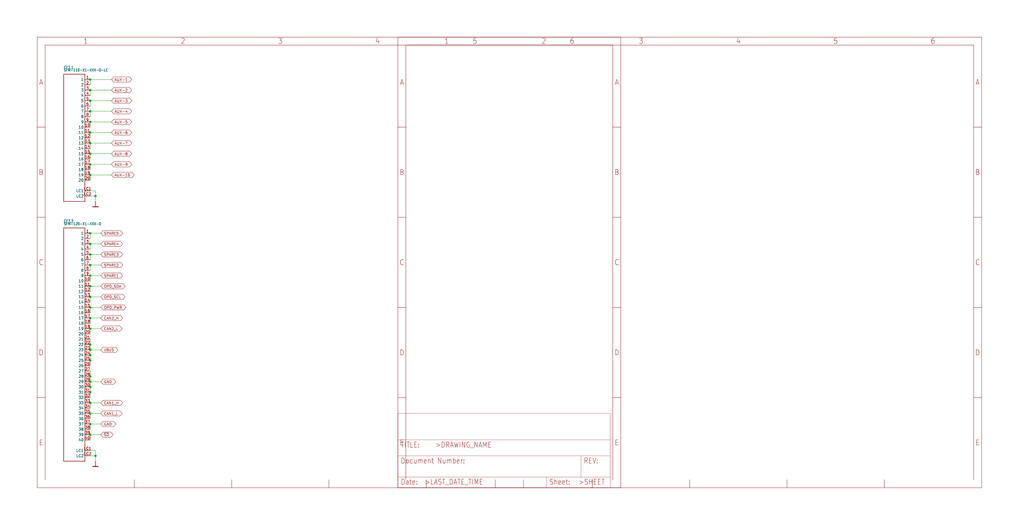
<source format=kicad_sch>
(kicad_sch (version 20211123) (generator eeschema)
  (paper "User" 490.22 254.406)
  (lib_symbols
    (symbol "oresat-backplane-2u-eagle-import:FRAME_A_L"
      (symbol "FRAME_A_L_0_0"
        (polyline (pts (xy 0 43.18) (xy 3.81 43.18)))
        (polyline (pts (xy 0 86.36) (xy 3.81 86.36)))
        (polyline (pts (xy 0 129.54) (xy 3.81 129.54)))
        (polyline (pts (xy 0 172.72) (xy 3.81 172.72)))
        (polyline (pts (xy 3.81 3.81) (xy 3.81 212.09)))
        (polyline (pts (xy 46.5667 0) (xy 46.5667 3.81)))
        (polyline (pts (xy 93.1333 0) (xy 93.1333 3.81)))
        (polyline (pts (xy 139.7 0) (xy 139.7 3.81)))
        (polyline (pts (xy 186.2667 0) (xy 186.2667 3.81)))
        (polyline (pts (xy 232.8333 0) (xy 232.8333 3.81)))
        (polyline (pts (xy 275.59 3.81) (xy 275.59 212.09)))
        (polyline (pts (xy 275.59 43.18) (xy 279.4 43.18)))
        (polyline (pts (xy 275.59 86.36) (xy 279.4 86.36)))
        (polyline (pts (xy 275.59 129.54) (xy 279.4 129.54)))
        (polyline (pts (xy 275.59 172.72) (xy 279.4 172.72)))
        (polyline (pts (xy 275.59 212.09) (xy 3.81 212.09)))
        (polyline (pts (xy 0 0) (xy 279.4 0) (xy 279.4 215.9) (xy 0 215.9) (xy 0 0)))
        (text "1" (at 23.2833 213.995 0) (effects (font (size 2.54 2.286))))
        (text "2" (at 69.85 213.995 0) (effects (font (size 2.54 2.286))))
        (text "3" (at 116.4167 213.995 0) (effects (font (size 2.54 2.286))))
        (text "4" (at 162.9833 213.995 0) (effects (font (size 2.54 2.286))))
        (text "5" (at 209.55 213.995 0) (effects (font (size 2.54 2.286))))
        (text "6" (at 256.1167 213.995 0) (effects (font (size 2.54 2.286))))
        (text "A" (at 1.905 194.31 0) (effects (font (size 2.54 2.286))))
        (text "A" (at 277.495 194.31 0) (effects (font (size 2.54 2.286))))
        (text "B" (at 1.905 151.13 0) (effects (font (size 2.54 2.286))))
        (text "B" (at 277.495 151.13 0) (effects (font (size 2.54 2.286))))
        (text "C" (at 1.905 107.95 0) (effects (font (size 2.54 2.286))))
        (text "C" (at 277.495 107.95 0) (effects (font (size 2.54 2.286))))
        (text "D" (at 1.905 64.77 0) (effects (font (size 2.54 2.286))))
        (text "D" (at 277.495 64.77 0) (effects (font (size 2.54 2.286))))
        (text "E" (at 1.905 21.59 0) (effects (font (size 2.54 2.286))))
        (text "E" (at 277.495 21.59 0) (effects (font (size 2.54 2.286))))
      )
      (symbol "FRAME_A_L_2_0"
        (polyline (pts (xy 0 0) (xy 0 5.08)) (stroke (width 0.1016)))
        (polyline (pts (xy 0 0) (xy 71.12 0)) (stroke (width 0.1016)))
        (polyline (pts (xy 0 5.08) (xy 0 15.24)) (stroke (width 0.1016)))
        (polyline (pts (xy 0 5.08) (xy 71.12 5.08)) (stroke (width 0.1016)))
        (polyline (pts (xy 0 15.24) (xy 0 22.86)) (stroke (width 0.1016)))
        (polyline (pts (xy 0 22.86) (xy 0 35.56)) (stroke (width 0.1016)))
        (polyline (pts (xy 0 22.86) (xy 101.6 22.86)) (stroke (width 0.1016)))
        (polyline (pts (xy 71.12 0) (xy 101.6 0)) (stroke (width 0.1016)))
        (polyline (pts (xy 71.12 5.08) (xy 71.12 0)) (stroke (width 0.1016)))
        (polyline (pts (xy 71.12 5.08) (xy 87.63 5.08)) (stroke (width 0.1016)))
        (polyline (pts (xy 87.63 5.08) (xy 101.6 5.08)) (stroke (width 0.1016)))
        (polyline (pts (xy 87.63 15.24) (xy 0 15.24)) (stroke (width 0.1016)))
        (polyline (pts (xy 87.63 15.24) (xy 87.63 5.08)) (stroke (width 0.1016)))
        (polyline (pts (xy 101.6 5.08) (xy 101.6 0)) (stroke (width 0.1016)))
        (polyline (pts (xy 101.6 15.24) (xy 87.63 15.24)) (stroke (width 0.1016)))
        (polyline (pts (xy 101.6 15.24) (xy 101.6 5.08)) (stroke (width 0.1016)))
        (polyline (pts (xy 101.6 22.86) (xy 101.6 15.24)) (stroke (width 0.1016)))
        (polyline (pts (xy 101.6 35.56) (xy 0 35.56)) (stroke (width 0.1016)))
        (polyline (pts (xy 101.6 35.56) (xy 101.6 22.86)) (stroke (width 0.1016)))
        (text ">DRAWING_NAME" (at 17.78 19.05 0) (effects (font (size 2.54 2.159)) (justify left bottom)))
        (text ">LAST_DATE_TIME" (at 12.7 1.27 0) (effects (font (size 2.54 2.159)) (justify left bottom)))
        (text ">SHEET" (at 86.36 1.27 0) (effects (font (size 2.54 2.159)) (justify left bottom)))
        (text "Date:" (at 1.27 1.27 0) (effects (font (size 2.54 2.159)) (justify left bottom)))
        (text "Document Number:" (at 1.27 11.43 0) (effects (font (size 2.54 2.159)) (justify left bottom)))
        (text "REV:" (at 88.9 11.43 0) (effects (font (size 2.54 2.159)) (justify left bottom)))
        (text "Sheet:" (at 72.39 1.27 0) (effects (font (size 2.54 2.159)) (justify left bottom)))
        (text "TITLE:" (at 1.27 19.05 0) (effects (font (size 2.54 2.159)) (justify left bottom)))
      )
    )
    (symbol "oresat-backplane-2u-eagle-import:GND" (power)
      (symbol "GND_1_0"
        (polyline (pts (xy -1.27 -2.54) (xy 1.27 -2.54)) (stroke (width 0.4064)))
        (pin power_in line (at 0 0 270) (length 2.54) (name "GND") (number "1"))
      )
    )
    (symbol "oresat-backplane-2u-eagle-import:SFM-110-X1-XXX-D-LC"
      (property "Reference" "CF" (at -2.54 33.02 0))
      (property "Value" "SFM-110-X1-XXX-D-LC" (at -2.54 31.75 0))
      (symbol "SFM-110-X1-XXX-D-LC_1_0"
        (polyline (pts (xy -2.54 -30.48) (xy -2.54 30.48)) (stroke (width 0.254)))
        (polyline (pts (xy -2.54 30.48) (xy 7.62 30.48)) (stroke (width 0.254)))
        (polyline (pts (xy 7.62 -30.48) (xy -2.54 -30.48)) (stroke (width 0.254)))
        (polyline (pts (xy 7.62 30.48) (xy 7.62 -30.48)) (stroke (width 0.254)))
        (pin passive line (at 10.16 27.94 180) (length 2.54) (name "1") (number "1"))
        (pin passive line (at 10.16 5.08 180) (length 2.54) (name "10") (number "10"))
        (pin passive line (at 10.16 2.54 180) (length 2.54) (name "11") (number "11"))
        (pin passive line (at 10.16 0 180) (length 2.54) (name "12") (number "12"))
        (pin passive line (at 10.16 -2.54 180) (length 2.54) (name "13") (number "13"))
        (pin passive line (at 10.16 -5.08 180) (length 2.54) (name "14") (number "14"))
        (pin passive line (at 10.16 -7.62 180) (length 2.54) (name "15") (number "15"))
        (pin passive line (at 10.16 -10.16 180) (length 2.54) (name "16") (number "16"))
        (pin passive line (at 10.16 -12.7 180) (length 2.54) (name "17") (number "17"))
        (pin passive line (at 10.16 -15.24 180) (length 2.54) (name "18") (number "18"))
        (pin passive line (at 10.16 -17.78 180) (length 2.54) (name "19") (number "19"))
        (pin passive line (at 10.16 25.4 180) (length 2.54) (name "2") (number "2"))
        (pin passive line (at 10.16 -20.32 180) (length 2.54) (name "20") (number "20"))
        (pin passive line (at 10.16 22.86 180) (length 2.54) (name "3") (number "3"))
        (pin passive line (at 10.16 20.32 180) (length 2.54) (name "4") (number "4"))
        (pin passive line (at 10.16 17.78 180) (length 2.54) (name "5") (number "5"))
        (pin passive line (at 10.16 15.24 180) (length 2.54) (name "6") (number "6"))
        (pin passive line (at 10.16 12.7 180) (length 2.54) (name "7") (number "7"))
        (pin passive line (at 10.16 10.16 180) (length 2.54) (name "8") (number "8"))
        (pin passive line (at 10.16 7.62 180) (length 2.54) (name "9") (number "9"))
        (pin passive line (at 10.16 -25.4 180) (length 2.54) (name "LC1") (number "LC1"))
        (pin passive line (at 10.16 -27.94 180) (length 2.54) (name "LC2") (number "LC2"))
      )
    )
    (symbol "oresat-backplane-2u-eagle-import:SFM-120-X1-XXX-D"
      (property "Reference" "J" (at -2.54 50.8 0))
      (property "Value" "SFM-120-X1-XXX-D" (at -2.54 49.53 0))
      (symbol "SFM-120-X1-XXX-D_1_0"
        (polyline (pts (xy -2.54 -63.5) (xy -2.54 48.26)) (stroke (width 0.254)))
        (polyline (pts (xy -2.54 48.26) (xy 7.62 48.26)) (stroke (width 0.254)))
        (polyline (pts (xy 7.62 -63.5) (xy -2.54 -63.5)) (stroke (width 0.254)))
        (polyline (pts (xy 7.62 48.26) (xy 7.62 -63.5)) (stroke (width 0.254)))
        (pin passive line (at 10.16 45.72 180) (length 2.54) (name "1") (number "1"))
        (pin passive line (at 10.16 22.86 180) (length 2.54) (name "10") (number "10"))
        (pin passive line (at 10.16 20.32 180) (length 2.54) (name "11") (number "11"))
        (pin passive line (at 10.16 17.78 180) (length 2.54) (name "12") (number "12"))
        (pin passive line (at 10.16 15.24 180) (length 2.54) (name "13") (number "13"))
        (pin passive line (at 10.16 12.7 180) (length 2.54) (name "14") (number "14"))
        (pin passive line (at 10.16 10.16 180) (length 2.54) (name "15") (number "15"))
        (pin passive line (at 10.16 7.62 180) (length 2.54) (name "16") (number "16"))
        (pin passive line (at 10.16 5.08 180) (length 2.54) (name "17") (number "17"))
        (pin passive line (at 10.16 2.54 180) (length 2.54) (name "18") (number "18"))
        (pin passive line (at 10.16 0 180) (length 2.54) (name "19") (number "19"))
        (pin passive line (at 10.16 43.18 180) (length 2.54) (name "2") (number "2"))
        (pin passive line (at 10.16 -2.54 180) (length 2.54) (name "20") (number "20"))
        (pin passive line (at 10.16 -5.08 180) (length 2.54) (name "21") (number "21"))
        (pin passive line (at 10.16 -7.62 180) (length 2.54) (name "22") (number "22"))
        (pin passive line (at 10.16 -10.16 180) (length 2.54) (name "23") (number "23"))
        (pin passive line (at 10.16 -12.7 180) (length 2.54) (name "24") (number "24"))
        (pin passive line (at 10.16 -15.24 180) (length 2.54) (name "25") (number "25"))
        (pin passive line (at 10.16 -17.78 180) (length 2.54) (name "26") (number "26"))
        (pin passive line (at 10.16 -20.32 180) (length 2.54) (name "27") (number "27"))
        (pin passive line (at 10.16 -22.86 180) (length 2.54) (name "28") (number "28"))
        (pin passive line (at 10.16 -25.4 180) (length 2.54) (name "29") (number "29"))
        (pin passive line (at 10.16 40.64 180) (length 2.54) (name "3") (number "3"))
        (pin passive line (at 10.16 -27.94 180) (length 2.54) (name "30") (number "30"))
        (pin passive line (at 10.16 -30.48 180) (length 2.54) (name "31") (number "31"))
        (pin passive line (at 10.16 -33.02 180) (length 2.54) (name "32") (number "32"))
        (pin passive line (at 10.16 -35.56 180) (length 2.54) (name "33") (number "33"))
        (pin passive line (at 10.16 -38.1 180) (length 2.54) (name "34") (number "34"))
        (pin passive line (at 10.16 -40.64 180) (length 2.54) (name "35") (number "35"))
        (pin passive line (at 10.16 -43.18 180) (length 2.54) (name "36") (number "36"))
        (pin passive line (at 10.16 -45.72 180) (length 2.54) (name "37") (number "37"))
        (pin passive line (at 10.16 -48.26 180) (length 2.54) (name "38") (number "38"))
        (pin passive line (at 10.16 -50.8 180) (length 2.54) (name "39") (number "39"))
        (pin passive line (at 10.16 38.1 180) (length 2.54) (name "4") (number "4"))
        (pin passive line (at 10.16 -53.34 180) (length 2.54) (name "40") (number "40"))
        (pin passive line (at 10.16 35.56 180) (length 2.54) (name "5") (number "5"))
        (pin passive line (at 10.16 33.02 180) (length 2.54) (name "6") (number "6"))
        (pin passive line (at 10.16 30.48 180) (length 2.54) (name "7") (number "7"))
        (pin passive line (at 10.16 27.94 180) (length 2.54) (name "8") (number "8"))
        (pin passive line (at 10.16 25.4 180) (length 2.54) (name "9") (number "9"))
        (pin passive line (at 10.16 -58.42 180) (length 2.54) (name "LC1") (number "LC1"))
        (pin passive line (at 10.16 -60.96 180) (length 2.54) (name "LC2") (number "LC2"))
      )
    )
  )
  (junction (at 43.18 137.16))
  (junction (at 43.18 208.28))
  (junction (at 43.18 172.72))
  (junction (at 43.18 127))
  (junction (at 43.18 142.24))
  (junction (at 43.18 187.96))
  (junction (at 43.18 116.84))
  (junction (at 43.18 73.66))
  (junction (at 43.18 48.26))
  (junction (at 43.18 203.2))
  (junction (at 43.18 185.42))
  (junction (at 43.18 193.04))
  (junction (at 43.18 167.64))
  (junction (at 43.18 83.82))
  (junction (at 45.72 218.44))
  (junction (at 43.18 157.48))
  (junction (at 43.18 111.76))
  (junction (at 45.72 93.98))
  (junction (at 43.18 68.58))
  (junction (at 43.18 152.4))
  (junction (at 43.18 53.34))
  (junction (at 43.18 132.08))
  (junction (at 43.18 78.74))
  (junction (at 43.18 147.32))
  (junction (at 43.18 121.92))
  (junction (at 43.18 182.88))
  (junction (at 43.18 43.18))
  (junction (at 43.18 63.5))
  (junction (at 43.18 38.1))
  (junction (at 43.18 170.18))
  (junction (at 43.18 58.42))
  (junction (at 43.18 198.12))
  (junction (at 43.18 165.1))
  (junction (at 43.18 180.34))
  (wire (pts (xy 43.18 165.1) (xy 43.18 167.64)))
  (wire (pts (xy 43.18 111.76) (xy 43.18 114.3)))
  (wire (pts (xy 43.18 215.9) (xy 45.72 215.9)))
  (wire (pts (xy 43.18 187.96) (xy 43.18 185.42)))
  (wire (pts (xy 48.26 167.64) (xy 43.18 167.64)))
  (wire (pts (xy 43.18 180.34) (xy 43.18 177.8)))
  (wire (pts (xy 43.18 121.92) (xy 43.18 124.46)))
  (wire (pts (xy 48.26 132.08) (xy 43.18 132.08)))
  (wire (pts (xy 45.72 218.44) (xy 45.72 220.98)))
  (wire (pts (xy 43.18 43.18) (xy 53.34 43.18)))
  (wire (pts (xy 43.18 63.5) (xy 43.18 66.04)))
  (wire (pts (xy 48.26 137.16) (xy 43.18 137.16)))
  (wire (pts (xy 43.18 63.5) (xy 53.34 63.5)))
  (wire (pts (xy 43.18 182.88) (xy 43.18 180.34)))
  (wire (pts (xy 43.18 78.74) (xy 43.18 81.28)))
  (wire (pts (xy 43.18 132.08) (xy 43.18 134.62)))
  (wire (pts (xy 43.18 68.58) (xy 53.34 68.58)))
  (wire (pts (xy 48.26 147.32) (xy 43.18 147.32)))
  (wire (pts (xy 45.72 93.98) (xy 43.18 93.98)))
  (wire (pts (xy 48.26 198.12) (xy 43.18 198.12)))
  (wire (pts (xy 48.26 193.04) (xy 43.18 193.04)))
  (wire (pts (xy 43.18 73.66) (xy 53.34 73.66)))
  (wire (pts (xy 43.18 167.64) (xy 43.18 170.18)))
  (wire (pts (xy 45.72 91.44) (xy 43.18 91.44)))
  (wire (pts (xy 45.72 93.98) (xy 45.72 91.44)))
  (wire (pts (xy 43.18 172.72) (xy 43.18 175.26)))
  (wire (pts (xy 48.26 208.28) (xy 43.18 208.28)))
  (wire (pts (xy 43.18 48.26) (xy 53.34 48.26)))
  (wire (pts (xy 43.18 162.56) (xy 43.18 165.1)))
  (wire (pts (xy 43.18 193.04) (xy 43.18 195.58)))
  (wire (pts (xy 43.18 83.82) (xy 43.18 86.36)))
  (wire (pts (xy 43.18 182.88) (xy 43.18 185.42)))
  (wire (pts (xy 43.18 83.82) (xy 53.34 83.82)))
  (wire (pts (xy 43.18 187.96) (xy 43.18 190.5)))
  (wire (pts (xy 43.18 58.42) (xy 53.34 58.42)))
  (wire (pts (xy 43.18 73.66) (xy 43.18 76.2)))
  (wire (pts (xy 43.18 152.4) (xy 43.18 154.94)))
  (wire (pts (xy 43.18 137.16) (xy 43.18 139.7)))
  (wire (pts (xy 43.18 111.76) (xy 48.26 111.76)))
  (wire (pts (xy 43.18 48.26) (xy 43.18 50.8)))
  (wire (pts (xy 43.18 170.18) (xy 43.18 172.72)))
  (wire (pts (xy 43.18 157.48) (xy 43.18 160.02)))
  (wire (pts (xy 48.26 182.88) (xy 43.18 182.88)))
  (wire (pts (xy 43.18 38.1) (xy 43.18 40.64)))
  (wire (pts (xy 48.26 152.4) (xy 43.18 152.4)))
  (wire (pts (xy 43.18 58.42) (xy 43.18 60.96)))
  (wire (pts (xy 43.18 218.44) (xy 45.72 218.44)))
  (wire (pts (xy 48.26 127) (xy 43.18 127)))
  (wire (pts (xy 43.18 208.28) (xy 43.18 210.82)))
  (wire (pts (xy 43.18 78.74) (xy 53.34 78.74)))
  (wire (pts (xy 43.18 43.18) (xy 43.18 45.72)))
  (wire (pts (xy 43.18 53.34) (xy 53.34 53.34)))
  (wire (pts (xy 43.18 116.84) (xy 48.26 116.84)))
  (wire (pts (xy 48.26 142.24) (xy 43.18 142.24)))
  (wire (pts (xy 45.72 215.9) (xy 45.72 218.44)))
  (wire (pts (xy 48.26 203.2) (xy 43.18 203.2)))
  (wire (pts (xy 43.18 38.1) (xy 53.34 38.1)))
  (wire (pts (xy 43.18 53.34) (xy 43.18 55.88)))
  (wire (pts (xy 43.18 121.92) (xy 48.26 121.92)))
  (wire (pts (xy 43.18 116.84) (xy 43.18 119.38)))
  (wire (pts (xy 43.18 68.58) (xy 43.18 71.12)))
  (wire (pts (xy 43.18 203.2) (xy 43.18 205.74)))
  (wire (pts (xy 45.72 96.52) (xy 45.72 93.98)))
  (wire (pts (xy 43.18 147.32) (xy 43.18 149.86)))
  (wire (pts (xy 43.18 127) (xy 43.18 129.54)))
  (wire (pts (xy 43.18 142.24) (xy 43.18 144.78)))
  (wire (pts (xy 43.18 198.12) (xy 43.18 200.66)))
  (wire (pts (xy 48.26 157.48) (xy 43.18 157.48)))
  (global_label "OPD_PWR" (shape bidirectional) (at 48.26 147.32 0) (effects (font (size 1.2446 1.2446))) (property "Intersheet References" "${INTERSHEET_REFS}" (effects hide)))
  (global_label "~{SD}" (shape bidirectional) (at 48.26 208.28 0) (effects (font (size 1.2446 1.2446))) (property "Intersheet References" "${INTERSHEET_REFS}" (effects hide)))
  (global_label "SPARE4" (shape bidirectional) (at 48.26 116.84 0) (effects (font (size 1.2446 1.2446))) (property "Intersheet References" "${INTERSHEET_REFS}" (effects hide)))
  (global_label "GND" (shape bidirectional) (at 48.26 203.2 0) (effects (font (size 1.2446 1.2446))) (property "Intersheet References" "${INTERSHEET_REFS}" (effects hide)))
  (global_label "CAN1_H" (shape bidirectional) (at 48.26 193.04 0) (effects (font (size 1.2446 1.2446))) (property "Intersheet References" "${INTERSHEET_REFS}" (effects hide)))
  (global_label "AUX-1" (shape bidirectional) (at 53.34 38.1 0) (effects (font (size 1.2446 1.2446))) (property "Intersheet References" "${INTERSHEET_REFS}" (effects hide)))
  (global_label "AUX-8" (shape bidirectional) (at 53.34 73.66 0) (effects (font (size 1.2446 1.2446))) (property "Intersheet References" "${INTERSHEET_REFS}" (effects hide)))
  (global_label "AUX-9" (shape bidirectional) (at 53.34 78.74 0) (effects (font (size 1.2446 1.2446))) (property "Intersheet References" "${INTERSHEET_REFS}" (effects hide)))
  (global_label "AUX-2" (shape bidirectional) (at 53.34 43.18 0) (effects (font (size 1.2446 1.2446))) (property "Intersheet References" "${INTERSHEET_REFS}" (effects hide)))
  (global_label "AUX-4" (shape bidirectional) (at 53.34 53.34 0) (effects (font (size 1.2446 1.2446))) (property "Intersheet References" "${INTERSHEET_REFS}" (effects hide)))
  (global_label "AUX-10" (shape bidirectional) (at 53.34 83.82 0) (effects (font (size 1.2446 1.2446))) (property "Intersheet References" "${INTERSHEET_REFS}" (effects hide)))
  (global_label "SPARE3" (shape bidirectional) (at 48.26 121.92 0) (effects (font (size 1.2446 1.2446))) (property "Intersheet References" "${INTERSHEET_REFS}" (effects hide)))
  (global_label "CAN1_L" (shape bidirectional) (at 48.26 198.12 0) (effects (font (size 1.2446 1.2446))) (property "Intersheet References" "${INTERSHEET_REFS}" (effects hide)))
  (global_label "AUX-7" (shape bidirectional) (at 53.34 68.58 0) (effects (font (size 1.2446 1.2446))) (property "Intersheet References" "${INTERSHEET_REFS}" (effects hide)))
  (global_label "CAN2_H" (shape bidirectional) (at 48.26 152.4 0) (effects (font (size 1.2446 1.2446))) (property "Intersheet References" "${INTERSHEET_REFS}" (effects hide)))
  (global_label "AUX-5" (shape bidirectional) (at 53.34 58.42 0) (effects (font (size 1.2446 1.2446))) (property "Intersheet References" "${INTERSHEET_REFS}" (effects hide)))
  (global_label "SPARE1" (shape bidirectional) (at 48.26 132.08 0) (effects (font (size 1.2446 1.2446))) (property "Intersheet References" "${INTERSHEET_REFS}" (effects hide)))
  (global_label "OPD_SCL" (shape bidirectional) (at 48.26 142.24 0) (effects (font (size 1.2446 1.2446))) (property "Intersheet References" "${INTERSHEET_REFS}" (effects hide)))
  (global_label "CAN2_L" (shape bidirectional) (at 48.26 157.48 0) (effects (font (size 1.2446 1.2446))) (property "Intersheet References" "${INTERSHEET_REFS}" (effects hide)))
  (global_label "AUX-6" (shape bidirectional) (at 53.34 63.5 0) (effects (font (size 1.2446 1.2446))) (property "Intersheet References" "${INTERSHEET_REFS}" (effects hide)))
  (global_label "AUX-3" (shape bidirectional) (at 53.34 48.26 0) (effects (font (size 1.2446 1.2446))) (property "Intersheet References" "${INTERSHEET_REFS}" (effects hide)))
  (global_label "SPARE5" (shape bidirectional) (at 48.26 111.76 0) (effects (font (size 1.2446 1.2446))) (property "Intersheet References" "${INTERSHEET_REFS}" (effects hide)))
  (global_label "OPD_SDA" (shape bidirectional) (at 48.26 137.16 0) (effects (font (size 1.2446 1.2446))) (property "Intersheet References" "${INTERSHEET_REFS}" (effects hide)))
  (global_label "GND" (shape bidirectional) (at 48.26 182.88 0) (effects (font (size 1.2446 1.2446))) (property "Intersheet References" "${INTERSHEET_REFS}" (effects hide)))
  (global_label "SPARE2" (shape bidirectional) (at 48.26 127 0) (effects (font (size 1.2446 1.2446))) (property "Intersheet References" "${INTERSHEET_REFS}" (effects hide)))
  (global_label "VBUS" (shape bidirectional) (at 48.26 167.64 0) (effects (font (size 1.2446 1.2446))) (property "Intersheet References" "${INTERSHEET_REFS}" (effects hide)))
  (symbol (lib_id "oresat-backplane-2u-eagle-import:SFM-120-X1-XXX-D") (at 33.02 157.48 0) (unit 1)
    (property "Reference" "CF7.2" (at 30.48 106.68 0) (effects (font (size 1.27 1.0795)) (justify left bottom)))
    (property "Value" "SFM-120-X1-XXX-D" (at 30.48 107.95 0) (effects (font (size 1.27 1.0795)) (justify left bottom)))
    (property "Footprint" "oresat-backplane-2u:SFM-120-X1-XXX-D" (effects hide))
  )
  (symbol (lib_id "oresat-backplane-2u-eagle-import:FRAME_A_L") (at 190.5 233.68 0) (unit 2)
    (property "Reference" "#FRAME14" (effects hide))
    (property "Value" "FRAME_A_L" (effects hide))
    (property "Footprint" "oresat-backplane-2u:" (effects hide))
  )
  (symbol (lib_id "oresat-backplane-2u-eagle-import:FRAME_A_L") (at 17.78 233.68 0) (unit 1)
    (property "Reference" "#FRAME14" (effects hide))
    (property "Value" "FRAME_A_L" (effects hide))
    (property "Footprint" "oresat-backplane-2u:" (effects hide))
  )
  (symbol (lib_id "oresat-backplane-2u-eagle-import:GND") (at 45.72 96.52 0) (unit 1)
    (property "Reference" "#GND083" (effects hide))
    (property "Value" "GND" (effects hide))
    (property "Footprint" "oresat-backplane-2u:" (effects hide))
  )
  (symbol (lib_id "oresat-backplane-2u-eagle-import:GND") (at 45.72 220.98 0) (unit 1)
    (property "Reference" "#GND079" (effects hide))
    (property "Value" "GND" (effects hide))
    (property "Footprint" "oresat-backplane-2u:" (effects hide))
  )
  (symbol (lib_id "oresat-backplane-2u-eagle-import:SFM-110-X1-XXX-D-LC") (at 33.02 66.04 0) (unit 1)
    (property "Reference" "CF7.1" (at 30.48 33.02 0) (effects (font (size 1.27 1.0795)) (justify left bottom)))
    (property "Value" "SFM-110-X1-XXX-D-LC" (at 30.48 34.29 0) (effects (font (size 1.27 1.0795)) (justify left bottom)))
    (property "Footprint" "oresat-backplane-2u:SFM-110-X1-XXX-D-LC" (effects hide))
  )
)
</source>
